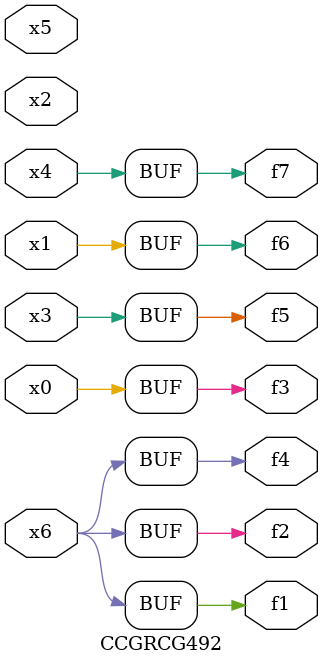
<source format=v>
module CCGRCG492(
	input x0, x1, x2, x3, x4, x5, x6,
	output f1, f2, f3, f4, f5, f6, f7
);
	assign f1 = x6;
	assign f2 = x6;
	assign f3 = x0;
	assign f4 = x6;
	assign f5 = x3;
	assign f6 = x1;
	assign f7 = x4;
endmodule

</source>
